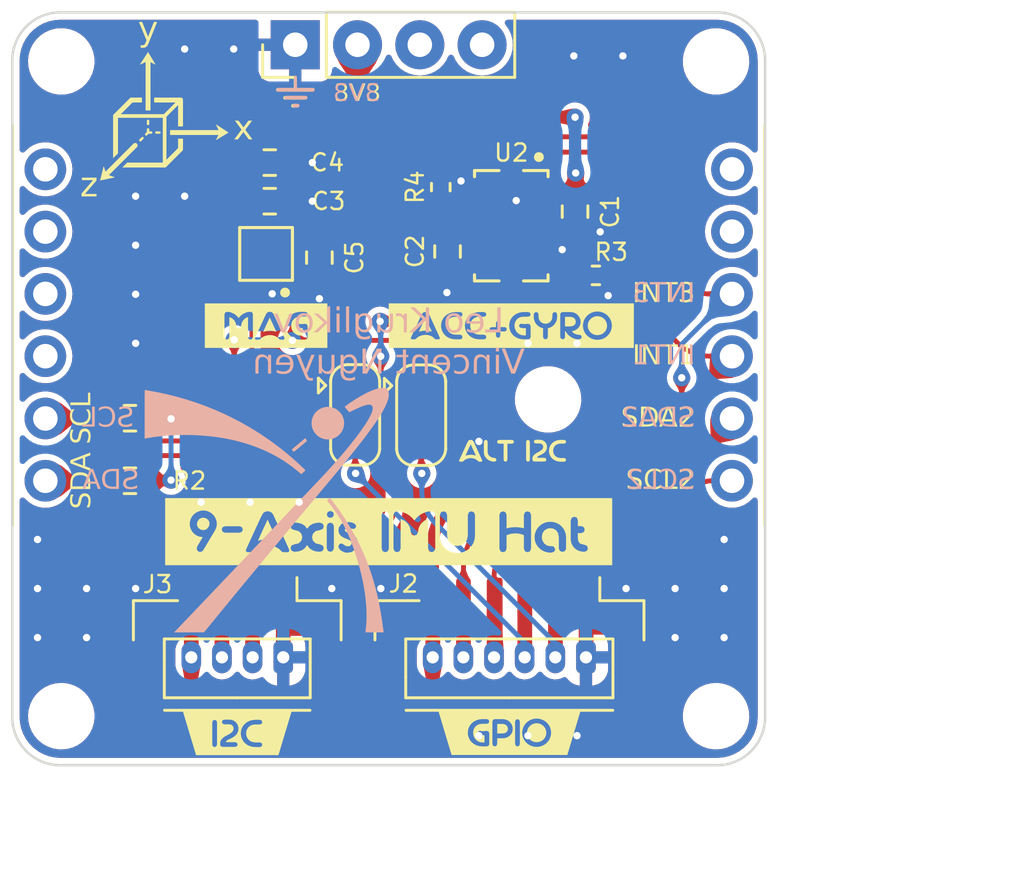
<source format=kicad_pcb>
(kicad_pcb (version 20221018) (generator pcbnew)
  (title_block (title "9-Axis IMU Hat PCB") (date "2023-07-20") (company "EPFL Xplore") (comment 1 "Jumper: place the BMI088 on a different I2C bus if needed") (comment 4 "Author: Vincent Nguyen"))
  (layers (0 "F.Cu" signal) (31 "B.Cu" signal) (34 "B.Paste" user) (35 "F.Paste" user) (36 "B.SilkS" user "B.Silkscreen") (37 "F.SilkS" user "F.Silkscreen") (38 "B.Mask" user) (39 "F.Mask" user) (44 "Edge.Cuts" user))
  (net 0 "")
  (net 1 "/SCL")
  (net 2 "GND")
  (net 3 "+3V3")
  (net 6 "/SDA")
  (net 8 "/BMI_SCL")
  (net 9 "/BMI_SDA")
  (net 10 "/INT3")
  (net 12 "/INT1")
  (net 13 "/SCL_ALT")
  (net 14 "/SDA_ALT")
  (net 23 "/C1")
  (net 24 "/CSB2")
  (net 25 "/CSB1")
  (footprint "Resistor_SMD:R_0402_1005Metric" (layer "F.Cu") (at 113.083673 58.093223)
    (fp_text reference "R3")
    (fp_text value "DNP")
  )
  (footprint "0_connectors:Hat_connector_hole" (layer "F.Cu") (at 104.633673 57.578223)
    (fp_text reference "J1" hide)
    (fp_text value "Hat_connector_hole")
  )
  (footprint "MountingHole:MountingHole_2.2mm_M2" (layer "F.Cu") (at 117.983673 76.068223)
    (fp_text reference "H3" hide)
    (fp_text value "M2")
  )
  (footprint "Resistor_SMD:R_0603_1608Metric" (layer "F.Cu") (at 107.033673 57.118223 -90)
    (fp_text reference "C2")
    (fp_text value "100nF")
  )
  (footprint "kibuzzard-64B85862" (layer "F.Cu") (at 98.458673 76.768223)
    (fp_text reference "kibuzzard-64B85862" hide)
    (fp_text value "G***" hide)
  )
  (footprint "lib_fp:LGA12_2X2" (layer "F.Cu") (at 99.633673 57.218223 180)
    (fp_text reference "U1" hide)
    (fp_text value "LIS3MDL" hide)
  )
  (footprint "Jumper:SolderJumper-3_P1.3mm_Open_RoundedPad1.0x1.5mm" (layer "F.Cu") (at 103.266173 63.783223 -90)
    (fp_text reference "JP2" hide)
    (fp_text value "BMI_SDA")
  )
  (footprint "Resistor_SMD:R_0402_1005Metric" (layer "F.Cu") (at 106.758673 54.493223 90)
    (fp_text reference "R4")
    (fp_text value "DNP")
  )
  (footprint "Resistor_SMD:R_0603_1608Metric" (layer "F.Cu") (at 99.783673 53.493223)
    (fp_text reference "C4")
    (fp_text value "1uF")
  )
  (footprint "kibuzzard-64B8586A" (layer "F.Cu") (at 109.558673 76.743223)
    (fp_text reference "kibuzzard-64B8586A" hide)
    (fp_text value "G***" hide)
  )
  (footprint "Resistor_SMD:R_0603_1608Metric" (layer "F.Cu") (at 99.783673 55.068223)
    (fp_text reference "C3")
    (fp_text value "100nF")
  )
  (footprint "Resistor_SMD:R_0603_1608Metric" (layer "F.Cu") (at 94.083673 63.918223 180)
    (fp_text reference "R1")
    (fp_text value "DNP")
  )
  (footprint "Resistor_SMD:R_0603_1608Metric" (layer "F.Cu") (at 94.083673 66.468223 180)
    (fp_text reference "R2")
    (fp_text value "DNP")
  )
  (footprint "MountingHole:MountingHole_2.2mm_M2" (layer "F.Cu") (at 91.283673 76.068223)
    (fp_text reference "H4" hide)
    (fp_text value "M2")
  )
  (footprint "Resistor_SMD:R_0603_1608Metric" (layer "F.Cu") (at 101.808673 57.368223 -90)
    (fp_text reference "C5")
    (fp_text value "100nF")
  )
  (footprint "0_connectors:PicoBlade-JST-GH-1x04_1.25mm_Vertical" (layer "F.Cu") (at 100.333673 73.668223 180)
    (fp_text reference "J3")
    (fp_text value "BM04B-GHS-TBT(LF)(SN)(N)")
  )
  (footprint "0_connectors:PicoBlade_JST-GH-1x06_1.25mm_Vertical" (layer "F.Cu") (at 109.558673 75.018223 180)
    (fp_text reference "J2")
    (fp_text value "BM06B-GHS-TBT(LF)(SN)(N)")
  )
  (footprint "kibuzzard-64B87B4C" (layer "F.Cu") (at 109.683673 65.243223)
    (fp_text reference "kibuzzard-64B87B4C" hide)
    (fp_text value "G***" hide)
  )
  (footprint "Resistor_SMD:R_0603_1608Metric" (layer "F.Cu") (at 112.233673 55.493223 -90)
    (fp_text reference "C1")
    (fp_text value "100nF")
  )
  (footprint "kibuzzard-64B87A9E" (layer "F.Cu") (at 99.633673 60.143223)
    (fp_text reference "kibuzzard-64B87A9E" hide)
    (fp_text value "G***" hide)
  )
  (footprint "MountingHole:MountingHole_2.2mm_M2" (layer "F.Cu") (at 117.983673 49.368223)
    (fp_text reference "H2" hide)
    (fp_text value "M2")
  )
  (footprint "kibuzzard-64B87A2A" (layer "F.Cu") (at 104.633673 68.543223)
    (fp_text reference "kibuzzard-64B87A2A" hide)
    (fp_text value "G***" hide)
  )
  (footprint "MountingHole:MountingHole_2.2mm_M2" (layer "F.Cu") (at 91.283673 49.368223)
    (fp_text reference "H1" hide)
    (fp_text value "M2")
  )
  (footprint "Jumper:SolderJumper-3_P1.3mm_Open_RoundedPad1.0x1.5mm" (layer "F.Cu") (at 105.958673 63.793223 -90)
    (fp_text reference "JP1" hide)
    (fp_text value "BMI_SCL")
  )
  (footprint "lib_fp:BMI088" (layer "F.Cu") (at 109.633673 56.068223 -90)
    (fp_text reference "U2")
    (fp_text value "BMI088")
  )
  (footprint "kibuzzard-64B87A63" (layer "F.Cu") (at 109.633673 60.143223)
    (fp_text reference "kibuzzard-64B87A63" hide)
    (fp_text value "G***" hide)
  )
  (footprint "0_graphic:Xplore_Logo_X_only_10mm" (layer "B.Cu") (at 99.658673 67.668223 90)
    (fp_text reference "G1" hide)
    (fp_text value "Xplore_Logo" hide)
  )
  (footprint "kibuzzard-64B87E6D" (layer "B.Cu") (at 104.633673 57.118223 180)
    (fp_text reference "kibuzzard-64B87E6D" hide)
    (fp_text value "G***" hide)
  )
  (gr_line (start 101.248673 50.845723) (end 100.848673 50.845723) (stroke (width 0.15)) (layer "B.SilkS"))
  (gr_line (start 100.833673 50.520723) (end 100.833673 50.013223) (stroke (width 0.12)) (layer "B.SilkS"))
  (gr_line (start 100.448673 50.845723) (end 100.848673 50.845723) (stroke (width 0.15)) (layer "B.SilkS"))
  (gr_line (start 100.923673 51.170723) (end 100.848673 51.170723) (stroke (width 0.15)) (layer "B.SilkS"))
  (gr_line (start 100.833673 50.520723) (end 101.543673 50.520723) (stroke (width 0.15)) (layer "B.SilkS"))
  (gr_line (start 100.773673 51.170723) (end 100.848673 51.170723) (stroke (width 0.15)) (layer "B.SilkS"))
  (gr_line (start 100.123673 50.520723) (end 100.833673 50.520723) (stroke (width 0.15)) (layer "B.SilkS"))
  (gr_poly (pts (xy 94.496173 49.493223) (xy 94.821173 48.993222) (xy 95.121173 49.493223) (xy 94.821173 49.343221)) (stroke (width 0.01)) (fill solid) (layer "F.SilkS"))
  (gr_poly (pts (xy 95.721173 52.368222) (xy 95.721173 52.168223) (xy 95.871173 52.168223) (xy 95.871173 52.368222)) (stroke (width 0.0001)) (fill solid) (layer "F.SilkS"))
  (gr_line (start 95.821173 52.268223) (end 97.896173 52.268223) (stroke (width 0.2)) (layer "F.SilkS"))
  (gr_line (start 93.496172 51.593223) (end 93.496173 53.068223) (stroke (width 0.2)) (layer "F.SilkS"))
  (gr_line (start 100.808673 50.850723) (end 100.408673 50.850723) (stroke (width 0.15)) (layer "F.SilkS"))
  (gr_line (start 94.296173 52.793223) (end 93.118661 53.970736) (stroke (width 0.2)) (layer "F.SilkS"))
  (gr_poly (pts (xy 93.454537 54.094479) (xy 92.871173 54.218223) (xy 93.012595 53.652537) (xy 93.118661 53.970736)) (stroke (width 0.01)) (fill solid) (layer "F.SilkS"))
  (gr_line (start 94.796693 52.292703) (end 94.746173 52.343223) (stroke (width 0.1)) (layer "F.SilkS"))
  (gr_line (start 94.821173 52.268223) (end 94.821173 52.143223) (stroke (width 0.1)) (layer "F.SilkS"))
  (gr_line (start 94.021173 53.593223) (end 95.496173 53.593223) (stroke (width 0.2)) (layer "F.SilkS"))
  (gr_line (start 94.821173 52.268223) (end 94.946173 52.268223) (stroke (width 0.1)) (layer "F.SilkS"))
  (gr_line (start 100.823673 50.525723) (end 101.533673 50.525723) (stroke (width 0.15)) (layer "F.SilkS"))
  (gr_poly (pts (xy 97.596172 51.943223) (xy 98.096173 52.268223) (xy 97.596172 52.568223) (xy 97.746173 52.268223)) (stroke (width 0.01)) (fill solid) (layer "F.SilkS"))
  (gr_poly (pts (xy 93.396173 53.318223) (xy 93.596173 53.118223) (xy 93.596173 53.068223) (xy 93.396173 53.068223)) (stroke (width 0.0001)) (fill solid) (layer "F.SilkS"))
  (gr_line (start 94.471172 50.943223) (end 94.146172 50.943223) (stroke (width 0.2)) (layer "F.SilkS"))
  (gr_line (start 94.146172 50.943223) (end 93.496172 51.593223) (stroke (width 0.2)) (layer "F.SilkS"))
  (gr_line (start 95.496173 53.593223) (end 95.496173 51.593223) (stroke (width 0.15)) (layer "F.SilkS"))
  (gr_line (start 96.146173 52.943223) (end 96.146173 52.618223) (stroke (width 0.2)) (layer "F.SilkS"))
  (gr_line (start 95.496173 51.593223) (end 93.496172 51.593223) (stroke (width 0.15)) (layer "F.SilkS"))
  (gr_line (start 94.821173 51.918223) (end 94.821173 51.793223) (stroke (width 0.1)) (layer "F.SilkS"))
  (gr_line (start 96.146173 52.943223) (end 95.496173 53.593223) (stroke (width 0.2)) (layer "F.SilkS"))
  (gr_line (start 95.496173 51.593223) (end 96.146173 50.943223) (stroke (width 0.15)) (layer "F.SilkS"))
  (gr_poly (pts (xy 96.246172 52.018223) (xy 96.046173 52.018223) (xy 96.046173 51.868223) (xy 96.246172 51.868223)) (stroke (width 0.0001)) (fill solid) (layer "F.SilkS"))
  (gr_poly (pts (xy 96.246172 52.668223) (xy 96.046173 52.668223) (xy 96.046173 52.518223) (xy 96.246172 52.518223)) (stroke (width 0.0001)) (fill solid) (layer "F.SilkS"))
  (gr_line (start 96.146173 50.943223) (end 95.171171 50.943223) (stroke (width 0.2)) (layer "F.SilkS"))
  (gr_line (start 100.808673 51.175723) (end 100.733673 51.175723) (stroke (width 0.15)) (layer "F.SilkS"))
  (gr_line (start 100.808673 51.175723) (end 100.883673 51.175723) (stroke (width 0.15)) (layer "F.SilkS"))
  (gr_line (start 100.808673 50.850723) (end 101.208673 50.850723) (stroke (width 0.15)) (layer "F.SilkS"))
  (gr_line (start 100.113673 50.525723) (end 100.823673 50.525723) (stroke (width 0.15)) (layer "F.SilkS"))
  (gr_line (start 100.823673 50.018223) (end 100.823673 50.525723) (stroke (width 0.12)) (layer "F.SilkS"))
  (gr_poly (pts (xy 94.921172 51.368223) (xy 94.721173 51.368223) (xy 94.721173 51.218223) (xy 94.921172 51.218223)) (stroke (width 0.0001)) (fill solid) (layer "F.SilkS"))
  (gr_poly (pts (xy 94.421173 51.043223) (xy 94.421173 50.843223) (xy 94.571173 50.843223) (xy 94.571173 51.043223)) (stroke (width 0.0001)) (fill solid) (layer "F.SilkS"))
  (gr_poly (pts (xy 95.071173 51.043223) (xy 95.071173 50.843223) (xy 95.221173 50.843223) (xy 95.221173 51.043223)) (stroke (width 0.0001)) (fill solid) (layer "F.SilkS"))
  (gr_poly (pts (xy 93.771173 53.693223) (xy 93.971173 53.493223) (xy 94.021173 53.493224) (xy 94.021173 53.693223)) (stroke (width 0.0001)) (fill solid) (layer "F.SilkS"))
  (gr_line (start 96.146173 51.918223) (end 96.146173 50.943223) (stroke (width 0.2)) (layer "F.SilkS"))
  (gr_line (start 94.821173 51.268223) (end 94.821173 49.193222) (stroke (width 0.2)) (layer "F.SilkS"))
  (gr_line (start 94.507785 52.581611) (end 94.596173 52.493223) (stroke (width 0.1)) (layer "F.SilkS"))
  (gr_line (start 95.283673 52.268223) (end 95.158673 52.268223) (stroke (width 0.1)) (layer "F.SilkS"))
  (gr_line (start 91.243902 47.368223) (end 118.023444 47.368223) (stroke (width 0.1)) (layer "Edge.Cuts"))
  (gr_line (start 118.023444 78.068223) (end 91.243902 78.068223) (stroke (width 0.1)) (layer "Edge.Cuts"))
  (gr_line (start 89.283673 76.107994) (end 89.283673 49.328452) (stroke (width 0.1)) (layer "Edge.Cuts"))
  (gr_line (start 119.983673 49.328452) (end 119.983673 76.107994) (stroke (width 0.1)) (layer "Edge.Cuts"))
  (gr_arc (start 91.243902 78.068223) (mid 89.857802 77.494094) (end 89.283673 76.107994) (stroke (width 0.1)) (layer "Edge.Cuts"))
  (gr_arc (start 119.983673 76.107994) (mid 119.409544 77.494094) (end 118.023444 78.068223) (stroke (width 0.1)) (layer "Edge.Cuts"))
  (gr_arc (start 89.283673 49.328452) (mid 89.857802 47.942352) (end 91.243902 47.368223) (stroke (width 0.1)) (layer "Edge.Cuts"))
  (gr_arc (start 118.023444 47.368223) (mid 119.409544 47.942352) (end 119.983673 49.328452) (stroke (width 0.1)) (layer "Edge.Cuts"))
  (gr_text "3V3" (at 103.323673 50.683223) (layer "B.SilkS") (effects (font (size 0.7 0.7) (thickness 0.1)) (justify mirror)))
  (gr_text "Leo Kruglikov\nVincent Nguyen" (at 104.633673 62.268223) (layer "B.SilkS") (effects (font (size 1 1)) (justify bottom mirror)))
  (gr_text "y" (at 94.821173 48.693223) (layer "F.SilkS") (effects (font (size 1 1)) (justify bottom)))
  (gr_text "z" (at 92.046173 55.043223) (layer "F.SilkS") (effects (font (size 1 1)) (justify left bottom)))
  (gr_text "x" (at 98.296173 52.718223) (layer "F.SilkS") (effects (font (size 1 1)) (justify left bottom)))
  (gr_text "3V3" (at 103.363673 50.688223) (layer "F.SilkS") (effects (font (size 0.7 0.7) (thickness 0.1))))
  (segment (start 105.958673 61.857437) (end 105.958673 62.493223) (width 0.2) (layer "F.Cu") (net 1))
  (segment (start 100.708673 60.743223) (end 104.844459 60.743223) (width 0.2) (layer "F.Cu") (net 1))
  (segment (start 105.151566 62.75033) (end 105.408673 62.493223) (width 0.2) (layer "F.Cu") (net 1))
  (segment (start 104.858673 67.579009) (end 104.858673 63.457437) (width 0.2) (layer "F.Cu") (net 1))
  (segment (start 100.396173 57.968223) (end 100.396173 58.231459) (width 0.2) (layer "F.Cu") (net 1))
  (segment (start 93.89078 64.55033) (end 93.258673 63.918223) (width 0.2) (layer "F.Cu") (net 1))
  (segment (start 93.258673 63.918223) (end 93.248673 63.928223) (width 0.2) (layer "F.Cu") (net 1))
  (segment (start 105.408673 62.493223) (end 105.958673 62.493223) (width 0.2) (layer "F.Cu") (net 1))
  (segment (start 93.248673 63.928223) (end 90.633673 63.928223) (width 0.2) (layer "F.Cu") (net 1))
  (segment (start 98.333673 60.718223) (end 98.333673 63.388447) (width 0.2) (layer "F.Cu") (net 1))
  (segment (start 105.551566 61.036116) (end 105.66578 61.15033) (width 0.2) (layer "F.Cu") (net 1))
  (segment (start 100.172887 68.793223) (end 103.644459 68.793223) (width 0.2) (layer "F.Cu") (net 1))
  (segment (start 99.083673 71.268223) (end 99.083673 69.882437) (width 0.2) (layer "F.Cu") (net 1))
  (segment (start 104.351566 68.50033) (end 104.56578 68.286116) (width 0.2) (layer "F.Cu") (net 1))
  (segment (start 96.91896 64.843223) (end 94.597887 64.843223) (width 0.2) (layer "F.Cu") (net 1))
  (segment (start 100.708673 58.792487) (end 100.708673 60.743223) (width 0.2) (layer "F.Cu") (net 1))
  (segment (start 100.484041 58.443591) (end 100.620805 58.580355) (width 0.2) (layer "F.Cu") (net 1))
  (segment (start 99.376566 69.17533) (end 99.46578 69.086116) (width 0.2) (layer "F.Cu") (net 1))
  (segment (start 97.92371 64.378186) (end 97.840309 64.461587) (width 0.2) (layer "F.Cu") (net 1))
  (via (at 98.333673 60.718223) (size 0.7) (drill 0.3) (layers "F.Cu" "B.Cu") (net 1))
  (via (at 100.708673 60.743223) (size 0.7) (drill 0.3) (layers "F.Cu" "B.Cu") (net 1))
  (arc (start 94.597887 64.843223) (mid 94.215203 64.767103) (end 93.89078 64.55033) (width 0.2) (layer "F.Cu") (net 1))
  (arc (start 100.708673 58.792487) (mid 100.685837 58.677682) (end 100.620805 58.580355) (width 0.2) (layer "F.Cu") (net 1))
  (arc (start 105.958673 61.857437) (mid 105.882553 61.474754) (end 105.66578 61.15033) (width 0.2) (layer "F.Cu") (net 1))
  (arc (start 99.46578 69.086116) (mid 99.790203 68.869343) (end 100.172887 68.793223) (width 0.2) (layer "F.Cu") (net 1))
  (arc (start 104.56578 68.286116) (mid 104.782553 67.961693) (end 104.858673 67.579009) (width 0.2) (layer "F.Cu") (net 1))
  (arc (start 105.151566 62.75033) (mid 104.934793 63.074753) (end 104.858673 63.457437) (width 0.2) (layer "F.Cu") (net 1))
  (arc (start 97.92371 64.378186) (mid 98.227127 63.92409) (end 98.333673 63.388447) (width 0.2) (layer "F.Cu") (net 1))
  (arc (start 99.376566 69.17533) (mid 99.159793 69.499753) (end 99.083673 69.882437) (width 0.2) (layer "F.Cu") (net 1))
  (arc (start 105.551566 61.036116) (mid 105.227143 60.819343) (end 104.844459 60.743223) (width 0.2) (layer "F.Cu") (net 1))
  (arc (start 100.396173 58.231459) (mid 100.419009 58.346264) (end 100.484041 58.443591) (width 0.2) (layer "F.Cu") (net 1))
  (arc (start 97.840309 64.461587) (mid 97.41759 64.744038) (end 96.91896 64.843223) (width 0.2) (layer "F.Cu") (net 1))
  (arc (start 104.351566 68.50033) (mid 104.027143 68.717103) (end 103.644459 68.793223) (width 0.2) (layer "F.Cu") (net 1))
  (segment (start 98.333673 60.718223) (end 100.683673 60.718223) (width 0.2) (layer "B.Cu") (net 1))
  (segment (start 100.683673 60.718223) (end 100.708673 60.743223) (width 0.2) (layer "B.Cu") (net 1))
  (segment (start 112.233673 56.318223) (end 111.983673 56.068223) (width 0.5) (layer "F.Cu") (net 2))
  (segment (start 107.021174 57.793223) (end 107.446174 57.368223) (width 0.5) (layer "F.Cu") (net 2))
  (segment (start 110.308673 55.068223) (end 110.798673 55.068223) (width 0.2) (layer "F.Cu") (net 2))
  (segment (start 107.908673 54.568223) (end 107.583673 54.243223) (width 0.2) (layer "F.Cu") (net 2))
  (segment (start 100.396173 57.468223) (end 100.933673 57.468223) (width 0.2) (layer "F.Cu") (net 2))
  (segment (start 101.321173 57.705723) (end 101.083673 57.468223) (width 0.3) (layer "F.Cu") (net 2))
  (segment (start 108.468673 54.568223) (end 107.908673 54.568223) (width 0.2) (layer "F.Cu") (net 2))
  (segment (start 110.798673 57.068223) (end 111.683673 57.068223) (width 0.2) (layer "F.Cu") (net 2))
  (segment (start 110.798673 56.068223) (end 111.308673 56.068223) (width 0.2) (layer "F.Cu") (net 2))
  (segment (start 100.396173 57.468223) (end 100.396173 56.968223) (width 0.2) (layer "F.Cu") (net 2))
  (segment (start 112.233673 56.318223) (end 112.233673 56.518223) (width 0.5) (layer "F.Cu") (net 2))
  (segment (start 101.083673 57.468223) (end 100.933673 57.468223) (width 0.3) (layer "F.Cu") (net 2))
  (segment (start 111.983673 56.068223) (end 111.658673 56.068223) (width 0.5) (layer "F.Cu") (net 2))
  (segment (start 106.758673 53.983223) (end 107.323673 53.983223) (width 0.2) (layer "F.Cu") (net 2))
  (segment (start 99.883673 57.980723) (end 99.883673 58.843223) (width 0.2) (layer "F.Cu") (net 2))
  (segment (start 112.233673 56.518223) (end 111.708673 57.043223) (width 0.5) (layer "F.Cu") (net 2))
  (segment (start 101.808673 58.193223) (end 101.808673 59.043223) (width 0.2) (layer "F.Cu") (net 2))
  (segment (start 107.746174 57.068223) (end 107.858673 57.068223) (width 0.3) (layer "F.Cu") (net 2))
  (segment (start 107.323673 53.983223) (end 107.583673 54.243223) (width 0.2) (layer "F.Cu") (net 2))
  (segment (start 101.808673 58.193223) (end 101.321173 57.705723) (width 0.5) (layer "F.Cu") (net 2))
  (segment (start 107.021174 57.930724) (end 107.021174 57.793223) (width 0.3) (layer "F.Cu") (net 2))
  (segment (start 107.033673 57.943223) (end 107.021174 57.930724) (width 0.3) (layer "F.Cu") (net 2))
  (segment (start 110.798673 56.068223) (end 110.333673 56.068223) (width 0.2) (layer "F.Cu") (net 2))
  (segment (start 108.468673 57.068223) (end 107.858673 57.068223) (width 0.2) (layer "F.Cu") (net 2))
  (segment (start 107.446174 57.368223) (end 107.746174 57.068223) (width 0.3) (layer "F.Cu") (net 2))
  (segment (start 111.683673 57.068223) (end 111.708673 57.043223) (width 0.2) (layer "F.Cu") (net 2))
  (segment (start 111.658673 56.068223) (end 111.308673 56.068223) (width 0.3) (layer "F.Cu") (net 2))
  (via (at 98.983672 67.343223) (size 0.7) (drill 0.3) (layers "F.Cu" "B.Cu") (net 2))
  (via (at 112.183673 49.143223) (size 0.7) (drill 0.3) (layers "F.Cu" "B.Cu") (net 2))
  (via (at 92.313833 72.863223) (size 0.7) (drill 0.3) (layers "F.Cu" "B.Cu") (net 2))
  (via (at 94.313833 54.863223) (size 0.7) (drill 0.3) (layers "F.Cu" "B.Cu") (net 2))
  (via (at 114.183673 49.143223) (size 0.7) (drill 0.3) (layers "F.Cu" "B.Cu") (net 2))
  (via (at 96.983673 67.343223) (size 0.7) (drill 0.3) (layers "F.Cu" "B.Cu") (net 2))
  (via (at 101.521173 55.068223) (size 0.7) (drill 0.3) (layers "F.Cu" "B.Cu") (net 2))
  (via (at 111.708673 57.043223) (size 0.7) (drill 0.3) (layers "F.Cu" "B.Cu") (net 2))
  (via (at 104.313833 70.863223) (size 0.7) (drill 0.3) (layers "F.Cu" "B.Cu") (net 2))
  (via (at 94.313833 70.863223) (size 0.7) (drill 0.3) (layers "F.Cu" "B.Cu") (net 2))
  (via (at 107.583673 54.243223) (size 0.7) (drill 0.3) (layers "F.Cu" "B.Cu") (net 2))
  (via (at 114.313833 70.863223) (size 0.7) (drill 0.3) (layers "F.Cu" "B.Cu") (net 2))
  (via (at 112.313833 76.863223) (size 0.7) (drill 0.3) (layers "F.Cu" "B.Cu") (net 2))
  (via (at 102.313833 70.863223) (size 0.7) (drill 0.3) (layers "F.Cu" "B.Cu") (net 2))
  (via (at 98.313833 48.863223) (size 0.7) (drill 0.3) (layers "F.Cu" "B.Cu") (net 2))
  (via (at 118.313833 70.863223) (size 0.7) (drill 0.3) (layers "F.Cu" "B.Cu") (net 2))
  (via (at 92.313833 70.863223) (size 0.7) (drill 0.3) (layers "F.Cu" "B.Cu") (net 2))
  (via (at 100.983673 67.343223) (size 0.7) (drill 0.3) (layers "F.Cu" "B.Cu") (net 2))
  (via (at 90.313833 72.863223) (size 0.7) (drill 0.3) (layers "F.Cu" "B.Cu") (net 2))
  (via (at 110.313833 60.863223) (size 0.7) (drill 0.3) (layers "F.Cu" "B.Cu") (net 2))
  (via (at 96.313833 48.863223) (size 0.7) (drill 0.3) (layers "F.Cu" "B.Cu") (net 2))
  (via (at 90.313833 68.863223) (size 0.7) (drill 0.3) (layers "F.Cu" "B.Cu") (net 2))
  (via (at 110.313833 76.863223) (size 0.7) (drill 0.3) (layers "F.Cu" "B.Cu") (net 2))
  (via (at 113.583673 58.918223) (size 0.7) (drill 0.3) (layers "F.Cu" "B.Cu") (net 2))
  (via (at 99.883673 58.843223) (size 0.7) (drill 0.3) (layers "F.Cu" "B.Cu") (net 2))
  (via (at 94.313833 58.863223) (size 0.7) (drill 0.3) (layers "F.Cu" "B.Cu") (net 2))
  (via (at 96.313833 54.863223) (size 0.7) (drill 0.3) (layers "F.Cu" "B.Cu") (net 2))
  (via (at 101.521173 53.493223) (size 0.7) (drill 0.3) (layers "F.Cu" "B.Cu") (net 2))
  (via (at 94.313833 56.863223) (size 0.7) (drill 0.3) (layers "F.Cu" "B.Cu") (net 2))
  (via (at 113.258673 56.318223) (size 0.7) (drill 0.3) (layers "F.Cu" "B.Cu") (net 2))
  (via (at 109.833673 55.043223) (size 0.7) (drill 0.3) (layers "F.Cu" "B.Cu") (net 2))
  (via (at 101.808673 59.043223) (size 0.7) (drill 0.3) (layers "F.Cu" "B.Cu") (net 2))
  (via (at 90.313833 70.863223) (size 0.7) (drill 0.3) (layers "F.Cu" "B.Cu") (net 2))
  (via (at 118.313833 72.863223) (size 0.7) (drill 0.3) (layers "F.Cu" "B.Cu") (net 2))
  (via (at 112.313833 60.863223) (size 0.7) (drill 0.3) (layers "F.Cu" "B.Cu") (net 2))
  (via (at 108.313833 76.863223) (size 0.7) (drill 0.3) (layers "F.Cu" "B.Cu") (net 2))
  (via (at 94.313833 60.863223) (size 0.7) (drill 0.3) (layers "F.Cu" "B.Cu") (net 2))
  (via (at 118.313833 68.863223) (size 0.7) (drill 0.3) (layers "F.Cu" "B.Cu") (net 2))
  (via (at 108.313833 64.863223) (size 0.7) (drill 0.3) (layers "F.Cu" "B.Cu") (net 2))
  (via (at 116.313833 72.863223) (size 0.7) (drill 0.3) (layers "F.Cu" "B.Cu") (net 2))
  (via (at 107.008673 58.793223) (size 0.7) (drill 0.3) (layers "F.Cu" "B.Cu") (net 2))
  (via (at 116.313833 70.863223) (size 0.7) (drill 0.3) (layers "F.Cu" "B.Cu") (net 2))
  (segment (start 112.928673 73.438223) (end 112.928673 73.668223) (width 0.2) (layer "B.Cu") (net 2))
  (segment (start 114.383673 56.843223) (end 114.383673 55.782437) (width 0.5) (layer "F.Cu") (net 3))
  (segment (start 97.508673 57.893223) (end 97.508673 62.704009) (width 0.2) (layer "F.Cu") (net 3))
  (segment (start 97.508673 57.468223) (end 97.508673 57.893223) (width 0.2) (layer "F.Cu") (net 3))
  (segment (start 114.033673 57.193223) (end 114.383673 56.843223) (width 0.2) (layer "F.Cu") (net 3))
  (segment (start 103.363673 48.688223) (end 103.363673 50.818223) (width 0.5) (layer "F.Cu") (net 3))
  (segment (start 97.508673 57.668223) (end 97.708673 57.468223) (width 0.2) (layer "F.Cu") (net 3))
  (segment (start 112.258673 53.918223) (end 112.258673 54.643223) (width 0.5) (layer "F.Cu") (net 3))
  (segment (start 102.913673 51.643223) (end 103.363673 51.193223) (width 0.5) (layer "F.Cu") (net 3))
  (segment (start 112.745597 57.193223) (end 114.033673 57.193223) (width 0.2) (layer "F.Cu") (net 3))
  (segment (start 97.508673 57.893223) (end 97.508673 57.668223) (width 0.2) (layer "F.Cu") (net 3))
  (segment (start 113.269459 54.668223) (end 112.233673 54.668223) (width 0.5) (layer "F.Cu") (net 3))
  (segment (start 97.783673 57.468223) (end 97.708673 57.468223) (width 0.2) (layer "F.Cu") (net 3))
  (segment (start 111.333673 55.568223) (end 111.471173 55.430723) (width 0.2) (layer "F.Cu") (net 3))
  (segment (start 110.923673 57.693223) (end 111.831383 57.693223) (width 0.2) (layer "F.Cu") (net 3))
  (segment (start 108.468673 56.568223) (end 107.883673 56.568223) (width 0.2) (layer "F.Cu") (net 3))
  (segment (start 104.133673 51.643223) (end 103.813673 51.643223) (width 0.5) (layer "F.Cu") (net 3))
  (segment (start 103.813673 51.643223) (end 103.363673 52.093223) (width 0.5) (layer "F.Cu") (net 3))
  (segment (start 100.247887 51.643223) (end 102.158673 51.643223) (width 0.5) (layer "F.Cu") (net 3))
  (segment (start 105.233673 51.643223) (end 104.133673 51.643223) (width 0.5) (layer "F.Cu") (net 3))
  (segment (start 99.383673 55.493223) (end 99.383673 55.768223) (width 0.5) (layer "F.Cu") (net 3))
  (segment (start 94.933673 63.943223) (end 94.908673 63.918223) (width 0.2) (layer "F.Cu") (net 3))
  (segment (start 102.158673 51.643223) (end 102.913673 51.643223) (width 0.5) (layer "F.Cu") (net 3))
  (segment (start 98.958673 55.068223) (end 98.958673 53.493223) (width 0.5) (layer "F.Cu") (net 3))
  (segment (start 110.798673 55.568223) (end 111.333673 55.568223) (width 0.2) (layer "F.Cu") (net 3))
  (segment (start 114.383673 63.247576) (end 114.383673 57.643223) (width 0.5) (layer "F.Cu") (net 3))
  (segment (start 96.269459 63.943223) (end 95.758673 63.943223) (width 0.2) (layer "F.Cu") (net 3))
  (segment (start 106.428673 75.534009) (end 106.428673 73.668223) (width 0.5) (layer "F.Cu") (net 3))
  (segment (start 111.708673 55.193223) (end 111.471173 55.430723) (width 0.3) (layer "F.Cu") (net 3))
  (segment (start 107.033673 56.293223) (end 107.083673 56.243223) (width 0.3) (layer "F.Cu") (net 3))
  (segment (start 107.421174 56.243223) (end 107.746174 56.568223) (width 0.3) (layer "F.Cu") (net 3))
  (segment (start 113.102242 65.874654) (end 113.432157 65.544739) (width 0.5) (layer "F.Cu") (net 3))
  (segment (start 103.363673 51.643223) (end 103.363673 52.093223) (width 0.5) (layer "F.Cu") (net 3))
  (segment (start 99.383673 56.455723) (end 99.383673 56.068223) (width 0.2) (layer "F.Cu") (net 3))
  (segment (start 99.251566 52.22533) (end 99.54078 51.936116) (width 0.5) (layer "F.Cu") (net 3))
  (segment (start 107.746174 56.568223) (end 107.883673 56.568223) (width 0.3) (layer "F.Cu") (net 3))
  (segment (start 96.876566 76.111116) (end 97.09078 76.32533) (width 0.5) (layer "F.Cu") (net 3))
  (segment (start 97.508673 56.257437) (end 97.508673 57.268223) (width 0.2) (layer "F.Cu") (net 3))
  (segment (start 107.746174 56.568223) (end 107.521174 56.343223) (width 0.2) (layer "F.Cu") (net 3))
  (segment (start 112.233673 54.668223) (end 111.708673 55.193223) (width 0.5) (layer "F.Cu") (net 3))
  (segment (start 107.083673 56.243223) (end 107.421174 56.243223) (width 0.3) (layer "F.Cu") (net 3))
  (segment (start 102.158673 51.643223) (end 103.363673 51.643223) (width 0.5) (layer "F.Cu") (net 3))
  (segment (start 95.758673 63.943223) (end 94.933673 63.943223) (width 0.2) (layer "F.Cu") (net 3))
  (segment (start 103.7637 55.82325) (end 103.888195 55.947745) (width 0.5) (layer "F.Cu") (net 3))
  (segment (start 97.508673 57.268223) (end 97.508673 57.468223) (width 0.2) (layer "F.Cu") (net 3))
  (segment (start 103.363673 50.818223) (end 103.363673 51.643223) (width 0.5) (layer "F.Cu") (net 3))
  (segment (start 98.958673 55.068223) (end 98.697887 55.068223) (width 0.2) (layer "F.Cu") (net 3))
  (segment (start 114.09078 55.07533) (end 113.976566 54.961116) (width 0.5) (layer "F.Cu") (net 3))
  (segment (start 114.033673 57.193223) (end 114.383673 57.543223) (width 0.2) (layer "F.Cu") (net 3))
  (segment (start 103.363673 50.818223) (end 103.363673 51.193223) (width 0.5) (layer "F.Cu") (net 3))
  (segment (start 98.958673 53.493223) (end 98.958673 52.932437) (width 0.5) (layer "F.Cu") (net 3))
  (segment (start 97.708673 57.468223) (end 97.508673 57.268223) (width 0.2) (layer "F.Cu") (net 3))
  (segment (start 96.583673 73.668223) (end 96.583673 75.404009) (width 0.5) (layer "F.Cu") (net 3))
  (segment (start 103.363673 52.093223) (end 103.363673 54.8575) (width 0.5) (layer "F.Cu") (net 3))
  (segment (start 98.958673 55.068223) (end 99.383673 55.493223) (width 0.5) (layer "F.Cu") (net 3))
  (segment (start 95.733673 66.468223) (end 95.758673 66.443223) (width 0.2) (layer "F.Cu") (net 3))
  (segment (start 98.871173 57.968223) (end 98.871173 57.468223) (width 0.2) (layer "F.Cu") (net 3))
  (segment (start 99.383673 56.455723) (end 99.883673 56.455723) (width 0.2) (layer "F.Cu") (net 3))
  (segment (start 114.383673 57.543223) (end 114.383673 57.643223) (width 0.2) (layer "F.Cu") (net 3))
  (segment (start 112.233673 51.643223) (end 105.233673 51.643223) (width 0.5) (layer "F.Cu") (net 3))
  (segment (start 103.363673 51.193223) (end 103.813673 51.643223) (width 0.5) (layer "F.Cu") (net 3))
  (segment (start 112.258673 54.643223) (end 112.233673 54.668223) (width 0.5) (layer "F.Cu") (net 3))
  (segment (start 97.99078 55.361116) (end 97.801566 55.55033) (width 0.2) (layer "F.Cu") (net 3))
  (segment (start 102.913673 51.643223) (end 103.363673 52.093223) (width 0.5) (layer "F.Cu") (net 3))
  (segment (start 110.798673 57.568223) (end 110.923673 57.693223) (width 0.2) (layer "F.Cu") (net 3))
  (segment (start 97.21578 63.411116) (end 96.976566 63.65033) (width 0.2) (layer "F.Cu") (net 3))
  (segment (start 107.042398 67.634498) (end 107.183418 67.493478) (width 0.5) (layer "F.Cu") (net 3))
  (segment (start 94.908673 66.468223) (end 95.733673 66.468223) (width 0.2) (layer "F.Cu") (net 3))
  (segment (start 106.433673 71.268223) (end 106.433673 69.10409) (width 0.5) (layer "F.Cu") (net 3))
  (segment (start 112.184937 57.546776) (end 112.392044 57.339669) (width 0.2) (layer "F.Cu") (net 3))
  (segment (start 106.051566 76.32533) (end 106.13578 76.241116) (width 0.5) (layer "F.Cu") (net 3))
  (segment (start 104.133673 51.643223) (end 103.363673 51.643223) (width 0.5) (layer "F.Cu") (net 3))
  (segment (start 114.383673 57.643223) (end 114.383673 56.843223) (width 0.5) (layer "F.Cu") (net 3))
  (segment (start 98.871173 57.468223) (end 97.783673 57.468223) (width 0.2) (layer "F.Cu") (net 3))
  (segment (start 109.236113 66.643223) (end 111.246751 66.643223) (width 0.5) (layer "F.Cu") (net 3))
  (segment (start 104.722252 56.293223) (end 107.033673 56.293223) (width 0.5) (layer "F.Cu") (net 3))
  (segment (start 99.383673 55.768223) (end 99.383673 56.068223) (width 0.3) (layer "F.Cu") (net 3))
  (segment (start 97.783673 57.468223) (end 97.508673 57.468223) (width 0.2) (layer "F.Cu") (net 3))
  (segment (start 97.797887 76.618223) (end 105.344459 76.618223) (width 0.5) (layer "F.Cu") (net 3))
  (via (at 112.233673 51.643223) (size 0.7) (drill 0.3) (layers "F.Cu" "B.Cu") (net 3))
  (via (at 95.758673 63.943223) (size 0.7) (drill 0.3) (layers "F.Cu" "B.Cu") (net 3))
  (via (at 112.258673 53.918223) (size 0.7) (drill 0.3) (layers "F.Cu" "B.Cu") (net 3))
  (via (at 95.758673 66.443223) (size 0.7) (drill 0.3) (layers "F.Cu" "B.Cu") (net 3))
  (arc (start 111.831383 57.693223) (mid 112.022725 57.655163) (end 112.184937 57.546776) (width 0.2) (layer "F.Cu") (net 3))
  (arc (start 98.958673 52.932437) (mid 99.034793 52.549754) (end 99.251566 52.22533) (width 0.5) (layer "F.Cu") (net 3))
  (arc (start 104.722252 56.293223) (mid 104.270863 56.203436) (end 103.888195 55.947745) (width 0.5) (layer "F.Cu") (net 3))
  (arc (start 111.246751 66.643223) (mid 112.250935 66.443478) (end 113.102242 65.874654) (width 0.5) (layer "F.Cu") (net 3))
  (arc (start 109.236113 66.643223) (mid 108.125202 66.864197) (end 107.183418 67.493478) (width 0.5) (layer "F.Cu") (net 3))
  (arc (start 99.54078 51.936116) (mid 99.865203 51.719343) (end 100.247887 51.643223) (width 0.5) (layer "F.Cu") (net 3))
  (arc (start 103.363673 54.8575) (mid 103.467637 55.38016) (end 103.7637 55.82325) (width 0.5) (layer "F.Cu") (net 3))
  (arc (start 107.042398 67.634498) (mid 106.591876 68.308753) (end 106.433673 69.10409) (width 0.5) (layer "F.Cu") (net 3))
  (arc (start 97.801566 55.55033) (mid 97.584793 55.874753) (end 97.508673 56.257437) (width 0.2) (layer "F.Cu") (net 3))
  (arc (start 114.383673 63.247576) (mid 114.136382 64.490792) (end 113.432157 65.544739) (width 0.5) (layer "F.Cu") (net 3))
  (arc (start 96.583673 75.404009) (mid 96.659793 75.786692) (end 96.876566 76.111116) (width 0.5) (layer "F.Cu") (net 3))
  (arc (start 97.99078 55.361116) (mid 98.315203 55.144343) (end 98.697887 55.068223) (width 0.2) (layer "F.Cu") (net 3))
  (arc (start 96.269459 63.943223) (mid 96.652142 63.867103) (end 96.976566 63.65033) (width 0.2) (layer "F.Cu") (net 3))
  (arc (start 106.428673 75.534009) (mid 106.352553 75.916692) (end 106.13578 76.241116) (width 0.5) (layer "F.Cu") (net 3))
  (arc (start 97.09078 76.32533) (mid 97.415203 76.542103) (end 97.797887 76.618223) (width 0.5) (layer "F.Cu") (net 3))
  (arc (start 97.508673 62.704009) (mid 97.432553 63.086692) (end 97.21578 63.411116) (width 0.2) (layer "F.Cu") (net 3))
  (arc (start 112.745597 57.193223) (mid 112.554256 57.231283) (end 112.392044 57.339669) (width 0.2) (layer "F.Cu") (net 3))
  (arc (start 106.051566 76.32533) (mid 105.727143 76.542103) (end 105.344459 76.618223) (width 0.5) (layer "F.Cu") (net 3))
  (arc (start 114.383673 55.782437) (mid 114.307553 55.399754) (end 114.09078 55.07533) (width 0.5) (layer "F.Cu") (net 3))
  (arc (start 113.269459 54.668223) (mid 113.652142 54.744343) (end 113.976566 54.961116) (width 0.5) (layer "F.Cu") (net 3))
  (segment (start 95.758673 66.443223) (end 95.758673 63.943223) (width 0.2) (layer "B.Cu") (net 3))
  (segment (start 112.233673 53.893223) (end 112.258673 53.918223) (width 0.5) (layer "B.Cu") (net 3))
  (segment (start 112.233673 51.643223) (end 112.233673 53.893223) (width 0.5) (layer "B.Cu") (net 3))
  (segment (start 101.176566 65.15033) (end 101.29078 65.036116) (width 0.2) (layer "F.Cu") (net 6))
  (segment (start 99.058673 65.118223) (end 99.058673 65.243223) (width 0.2) (layer "F.Cu") (net 6))
  (segment (start 99.258673 65.443223) (end 100.469459 65.443223) (width 0.2) (layer "F.Cu") (net 6))
  (segment (start 97.476566 69.136116) (end 97.54078 69.20033) (width 0.2) (layer "F.Cu") (net 6))
  (segment (start 101.876566 62.85033) (end 101.95078 62.776116) (width 0.2) (layer "F.Cu") (net 6))
  (segment (start 93.99078 65.736116) (end 93.258673 66.468223) (width 0.2) (layer "F.Cu") (net 6))
  (segment (start 93.258673 66.468223) (end 90.633673 66.468223) (width 0.2) (layer "F.Cu") (net 6))
  (segment (start 99.058673 58.842487) (end 99.058673 65.118223) (width 0.2) (layer "F.Cu") (net 6))
  (segment (start 99.058673 65.243223) (end 99.258673 65.443223) (width 0.2) (layer "F.Cu") (net 6))
  (segment (start 98.858673 65.443223) (end 99.058673 65.243223) (width 0.2) (layer "F.Cu") (net 6))
  (segment (start 93.258673 66.468223) (end 93.258673 67.679009) (width 0.2) (layer "F.Cu") (net 6))
  (segment (start 99.295805 58.481091) (end 99.146541 58.630355) (width 0.2) (layer "F.Cu") (net 6))
  (segment (start 94.422887 68.843223) (end 96.769459 68.843223) (width 0.2) (layer "F.Cu") (net 6))
  (segment (start 93.551566 68.386116) (end 93.71578 68.55033) (width 0.2) (layer "F.Cu") (net 6))
  (segment (start 99.383673 57.980723) (end 99.383673 58.268959) (width 0.2) (layer "F.Cu") (net 6))
  (segment (start 102.657887 62.483223) (end 103.266173 62.483223) (width 0.2) (layer "F.Cu") (net 6))
  (segment (start 99.058673 65.118223) (end 99.058673 65.443223) (width 0.2) (layer "F.Cu") (net 6))
  (segment (start 99.258673 65.443223) (end 99.058673 65.443223) (width 0.2) (layer "F.Cu") (net 6))
  (segment (start 99.058673 65.443223) (end 98.658673 65.443223) (width 0.2) (layer "F.Cu") (net 6))
  (segment (start 97.833673 69.907437) (end 97.833673 71.268223) (width 0.2) (layer "F.Cu") (net 6))
  (segment (start 98.658673 65.443223) (end 98.858673 65.443223) (width 0.2) (layer "F.Cu") (net 6))
  (segment (start 98.658673 65.443223) (end 94.697887 65.443223) (width 0.2) (layer "F.Cu") (net 6))
  (segment (start 101.583673 64.329009) (end 101.583673 63.557437) (width 0.2) (layer "F.Cu") (net 6))
  (arc (start 93.258673 67.679009) (mid 93.334793 68.061692) (end 93.551566 68.386116) (width 0.2) (layer "F.Cu") (net 6))
  (arc (start 101.583673 63.557437) (mid 101.659793 63.174754) (end 101.876566 62.85033) (width 0.2) (layer "F.Cu") (net 6))
  (arc (start 97.54078 69.20033) (mid 97.757553 69.524753) (end 97.833673 69.907437) (width 0.2) (layer "F.Cu") (net 6))
  (arc (start 94.422887 68.843223) (mid 94.040204 68.767103) (end 93.71578 68.55033) (width 0.2) (layer "F.Cu") (net 6))
  (arc (start 99.295805 58.481091) (mid 99.360837 58.383764) (end 99.383673 58.268959) (width 0.2) (layer "F.Cu") (net 6))
  (arc (start 99.058673 58.842487) (mid 99.081509 58.727682) (end 99.146541 58.630355) (width 0.2) (layer "F.Cu") (net 6))
  (arc (start 93.99078 65.736116) (mid 94.315203 65.519343) (end 94.697887 65.443223) (width 0.2) (layer "F.Cu") (net 6))
  (arc (start 101.95078 62.776116) (mid 102.275203 62.559343) (end 102.657887 62.483223) (width 0.2) (layer "F.Cu") (net 6))
  (arc (start 101.176566 65.15033) (mid 100.852143 65.367103) (end 100.469459 65.443223) (width 0.2) (layer "F.Cu") (net 6))
  (arc (start 97.476566 69.136116) (mid 97.152143 68.919343) (end 96.769459 68.843223) (width 0.2) (layer "F.Cu") (net 6))
  (arc (start 101.29078 65.036116) (mid 101.507553 64.711693) (end 101.583673 64.329009) (width 0.2) (layer "F.Cu") (net 6))
  (segment (start 107.77977 63.447126) (end 107.815135 63.411761) (width 0.2) (layer "F.Cu") (net 8))
  (segment (start 108.258673 62.340966) (end 108.258673 59.772437) (width 0.2) (layer "F.Cu") (net 8))
  (segment (start 105.958673 63.793223) (end 106.944218 63.793223) (width 0.2) (layer "F.Cu") (net 8))
  (segment (start 108.551566 59.06533) (end 109.633673 57.983223) (width 0.2) (layer "F.Cu") (net 8))
  (arc (start 108.551566 59.06533) (mid 108.334793 59.389753) (end 108.258673 59.772437) (width 0.2) (layer "F.Cu") (net 8))
  (arc (start 107.815135 63.411761) (mid 108.143401 62.920476) (end 108.258673 62.340966) (width 0.2) (layer "F.Cu") (net 8))
  (arc (start 106.944218 63.793223) (mid 107.396416 63.703275) (end 107.77977 63.447126) (width 0.2) (layer "F.Cu") (net 8))
  (segment (start 107.510187 59.266709) (end 108.17578 58.601116) (width 0.2) (layer "F.Cu") (net 9))
  (segment (start 108.468673 57.894009) (end 108.468673 57.568223) (width 0.2) (layer "F.Cu") (net 9))
  (segment (start 104.283673 59.968223) (end 105.816582 59.968223) (width 0.2) (layer "F.Cu") (net 9))
  (segment (start 104.308673 62.944394) (end 104.308673 61.392723) (width 0.2) (layer "F.Cu") (net 9))
  (segment (start 103.266173 63.783223) (end 103.718673 63.783223) (width 0.2) (layer "F.Cu") (net 9))
  (segment (start 103.718673 63.783223) (end 104.132724 63.369172) (width 0.2) (layer "F.Cu") (net 9))
  (via (at 104.283673 59.968223) (size 0.7) (drill 0.3) (layers "F.Cu" "B.Cu") (net 9))
  (via (at 104.308673 61.392723) (size 0.7) (drill 0.3) (layers "F.Cu" "B.Cu") (net 9))
  (arc (start 107.510187 59.266709) (mid 106.733154 59.785906) (end 105.816582 59.968223) (width 0.2) (layer "F.Cu") (net 9))
  (arc (start 104.132724 63.369172) (mid 104.262945 63.174282) (end 104.308673 62.944394) (width 0.2) (layer "F.Cu") (net 9))
  (arc (start 108.17578 58.601116) (mid 108.392553 58.276693) (end 108.468673 57.894009) (width 0.2) (layer "F.Cu") (net 9))
  (segment (start 104.308673 59.993223) (end 104.283673 59.968223) (width 0.2) (layer "B.Cu") (net 9))
  (segment (start 104.308673 61.392723) (end 104.308673 59.993223) (width 0.2) (layer "B.Cu") (net 9))
  (segment (start 107.321885 55.573223) (end 106.47734 55.573223) (width 0.2) (layer "F.Cu") (net 10))
  (segment (start 106.69167 52.443223) (end 114.803784 52.443223) (width 0.2) (layer "F.Cu") (net 10))
  (segment (start 116.29078 64.036116) (end 113.369459 66.957437) (width 0.2) (layer "F.Cu") (net 10))
  (segment (start 106.112588 55.422138) (end 106.029949 55.339499) (width 0.2) (layer "F.Cu") (net 10))
  (segment (start 105.883673 54.986359) (end 105.883673 53.267432) (width 0.2) (layer "F.Cu") (net 10))
  (segment (start 107.683673 69.996231) (end 107.683673 71.268223) (width 0.2) (layer "F.Cu") (net 10))
  (segment (start 108.468673 56.068223) (end 108.148256 56.068223) (width 0.2) (layer "F.Cu") (net 10))
  (segment (start 116.814146 58.423696) (end 116.915232 58.524782) (width 0.2) (layer "F.Cu") (net 10))
  (segment (start 111.955246 67.543223) (end 110.421578 67.543223) (width 0.2) (layer "F.Cu") (net 10))
  (segment (start 115.964427 52.923977) (end 116.025151 52.984701) (width 0.2) (layer "F.Cu") (net 10))
  (segment (start 108.351018 68.400878) (end 108.339873 68.412023) (width 0.2) (layer "F.Cu") (net 10))
  (segment (start 107.936124 55.980355) (end 107.675438 55.719669) (width 0.2) (layer "F.Cu") (net 10))
  (segment (start 106.112923 52.713973) (end 106.165886 52.66101) (width 0.2) (layer "F.Cu") (net 10))
  (segment (start 116.583673 62.268223) (end 116.583673 63.329009) (width 0.2) (layer "F.Cu") (net 10))
  (segment (start 117.696089 58.848223) (end 118.633673 58.848223) (width 0.2) (layer "F.Cu") (net 10))
  (segment (start 116.433673 53.970961) (end 116.433673 57.505153) (width 0.2) (layer "F.Cu") (net 10))
  (via (at 116.583673 62.268223) (size 0.7) (drill 0.3) (layers "F.Cu" "B.Cu") (net 10))
  (arc (start 107.683673 69.996231) (mid 107.854214 69.138864) (end 108.339873 68.412023) (width 0.2) (layer "F.Cu") (net 10))
  (arc (start 107.675438 55.719669) (mid 107.513226 55.611283) (end 107.321885 55.573223) (width 0.2) (layer "F.Cu") (net 10))
  (arc (start 116.025151 52.984701) (mid 116.327502 53.437201) (end 116.433673 53.970961) (width 0.2) (layer "F.Cu") (net 10))
  (arc (start 116.915232 58.524782) (mid 117.273492 58.764164) (end 117.696089 58.848223) (width 0.2) (layer "F.Cu") (net 10))
  (arc (start 106.165886 52.66101) (mid 106.407118 52.499824) (end 106.69167 52.443223) (width 0.2) (layer "F.Cu") (net 10))
  (arc (start 110.421578 67.543223) (mid 109.300999 67.76612) (end 108.351018 68.400878) (width 0.2) (layer "F.Cu") (net 10))
  (arc (start 114.803784 52.443223) (mid 115.431919 52.568167) (end 115.964427 52.923977) (width 0.2) (layer "F.Cu") (net 10))
  (arc (start 116.814146 58.423696) (mid 116.532555 58.002265) (end 116.433673 57.505153) (width 0.2) (layer "F.Cu") (net 10))
  (arc (start 106.029949 55.339499) (mid 105.921689 55.177477) (end 105.883673 54.986359) (width 0.2) (layer "F.Cu") (net 10))
  (arc (start 111.955246 67.543223) (mid 112.720613 67.390982) (end 113.369459 66.957437) (width 0.2) (layer "F.Cu") (net 10))
  (arc (start 105.883673 53.267432) (mid 105.943253 52.967902) (end 106.112923 52.713973) (width 0.2) (layer "F.Cu") (net 10))
  (arc (start 108.148256 56.068223) (mid 108.033451 56.045387) (end 107.936124 55.980355) (width 0.2) (layer "F.Cu") (net 10))
  (arc (start 116.583673 63.329009) (mid 116.507553 63.711692) (end 116.29078 64.036116) (width 0.2) (layer "F.Cu") (net 10))
  (arc (start 106.47734 55.573223) (mid 106.279938 55.533957) (end 106.112588 55.422138) (width 0.2) (layer "F.Cu") (net 10))
  (segment (start 116.583673 60.898223) (end 118.633673 58.848223) (width 0.2) (layer "B.Cu") (net 10))
  (segment (start 116.583673 62.268223) (end 116.583673 60.898223) (width 0.2) (layer "B.Cu") (net 10))
  (segment (start 109.178673 70.523223) (end 109.178673 73.668223) (width 0.2) (layer "F.Cu") (net 12))
  (segment (start 118.633673 62.168223) (end 118.633673 61.388223) (width 0.2) (layer "F.Cu") (net 12))
  (segment (start 109.633673 54.153223) (end 109.633673 53.90033) (width 0.2) (layer "F.Cu") (net 12))
  (segment (start 115.226566 53.361116) (end 115.39078 53.52533) (width 0.2) (layer "F.Cu") (net 12))
  (segment (start 108.933673 71.268223) (end 108.933673 70.377756) (width 0.2) (layer "F.Cu") (net 12))
  (segment (start 113.66946 67.757436) (end 116.89078 64.536116) (width 0.2) (layer "F.Cu") (net 12))
  (segment (start 111.193681 68.343223) (end 112.255246 68.343223) (width 0.2) (layer "F.Cu") (net 12))
  (segment (start 117.748714 61.388223) (end 118.633673 61.388223) (width 0.2) (layer "F.Cu") (net 12))
  (segment (start 117.183673 63.829009) (end 117.183673 63.252437) (width 0.2) (layer "F.Cu") (net 12))
  (segment (start 109.78012 53.546776) (end 109.96578 53.361116) (width 0.2) (layer "F.Cu") (net 12))
  (segment (start 115.683673 54.232437) (end 115.683673 59.117205) (width 0.2) (layer "F.Cu") (net 12))
  (segment (start 117.476566 62.54533) (end 118.633673 61.388223) (width 0.2) (layer "F.Cu") (net 12))
  (segment (start 110.672887 53.068223) (end 114.519459 53.068223) (width 0.2) (layer "F.Cu") (net 12))
  (segment (start 109.453065 69.123831) (end 109.554844 69.022052) (width 0.2) (layer "F.Cu") (net 12))
  (arc (start 117.748714 61.388223) (mid 117.014193 61.242118) (end 116.391495 60.826045) (width 0.2) (layer "F.Cu") (net 12))
  (arc (start 114.519459 53.068223) (mid 114.902142 53.144343) (end 115.226566 53.361116) (width 0.2) (layer "F.Cu") (net 12))
  (arc (start 115.39078 53.52533) (mid 115.607553 53.849754) (end 115.683673 54.232437) (width 0.2) (layer "F.Cu") (net 12))
  (arc (start 117.476566 62.54533) (mid 117.259793 62.869753) (end 117.183673 63.252437) (width 0.2) (layer "F.Cu") (net 12))
  (arc (start 115.683673 59.117205) (mid 115.867631 60.042025) (end 116.391495 60.826045) (width 0.2) (layer "F.Cu") (net 12))
  (arc (start 109.96578 53.361116) (mid 110.290203 53.144343) (end 110.672887 53.068223) (width 0.2) (layer "F.Cu") (net 12))
  (arc (start 109.554844 69.022052) (mid 110.306749 68.519645) (end 111.193681 68.343223) (width 0.2) (layer "F.Cu") (net 12))
  (arc (start 109.633673 53.90033) (mid 109.671733 53.708988) (end 109.78012 53.546776) (width 0.2) (layer "F.Cu") (net 12))
  (arc (start 109.453065 69.123831) (mid 109.068658 69.699137) (end 108.933673 70.377756) (width 0.2) (layer "F.Cu") (net 12))
  (arc (start 116.89078 64.536116) (mid 117.107553 64.211693) (end 117.183673 63.829009) (width 0.2) (layer "F.Cu") (net 12))
  (arc (start 113.66946 67.757436) (mid 113.020613 68.190982) (end 112.255246 68.343223) (width 0.2) (layer "F.Cu") (net 12))
  (segment (start 111.433673 70.653075) (end 111.433673 71.268223) (width 0.2) (layer "F.Cu") (net 13))
  (segment (start 105.958673 66.143223) (end 105.983673 66.168223) (width 0.2) (layer "F.Cu") (net 13))
  (segment (start 118.633673 66.468223) (end 117.822887 66.468223) (width 0.2) (layer "F.Cu") (net 13))
  (segment (start 105.958673 65.093223) (end 105.958673 66.143223) (width 0.2) (layer "F.Cu") (net 13))
  (segment (start 113.280246 69.768223) (end 112.426572 69.768223) (width 0.2) (layer "F.Cu") (net 13))
  (segment (start 117.11578 66.761116) (end 114.694459 69.182437) (width 0.2) (layer "F.Cu") (net 13))
  (via (at 105.983673 66.168223) (size 0.7) (drill 0.3) (layers "F.Cu" "B.Cu") (net 13))
  (arc (start 117.822887 66.468223) (mid 117.440204 66.544343) (end 117.11578 66.761116) (width 0.2) (layer "F.Cu") (net 13))
  (arc (start 111.433673 70.653075) (mid 111.495209 70.343711) (end 111.67045 70.081446) (width 0.2) (layer "F.Cu") (net 13))
  (arc (start 112.426572 69.768223) (mid 112.017386 69.849615) (end 111.67045 70.081446) (width 0.2) (layer "F.Cu") (net 13))
  (arc (start 114.694459 69.182437) (mid 114.045613 69.615982) (end 113.280246 69.768223) (width 0.2) (layer "F.Cu") (net 13))
  (segment (start 111.678673 73.388223) (end 111.678673 73.668223) (width 0.2) (layer "B.Cu") (net 13))
  (segment (start 105.983673 66.168223) (end 105.983673 66.850752) (width 0.2) (layer "B.Cu") (net 13))
  (segment (start 111.428673 73.088223) (end 111.428673 73.668223) (width 0.2) (layer "B.Cu") (net 13))
  (segment (start 106.544035 68.203585) (end 111.428673 73.088223) (width 0.2) (layer "B.Cu") (net 13))
  (arc (start 105.983673 66.850752) (mid 106.129306 67.5829) (end 106.544035 68.203585) (width 0.2) (layer "B.Cu") (net 13))
  (segment (start 118.633673 63.928223) (end 118.633673 64.118223) (width 0.2) (layer "F.Cu") (net 14))
  (segment (start 112.855246 69.068223) (end 111.85228 69.068223) (width 0.2) (layer "F.Cu") (net 14))
  (segment (start 110.668218 69.558678) (end 110.590786 69.63611) (width 0.2) (layer "F.Cu") (net 14))
  (segment (start 103.266173 65.083223) (end 103.266173 66.150723) (width 0.2) (layer "F.Cu") (net 14))
  (segment (start 103.266173 66.150723) (end 103.283673 66.168223) (width 0.2) (layer "F.Cu") (net 14))
  (segment (start 118.633673 64.118223) (end 114.269459 68.482437) (width 0.2) (layer "F.Cu") (net 14))
  (segment (start 110.183673 70.618968) (end 110.183673 71.268223) (width 0.2) (layer "F.Cu") (net 14))
  (via (at 103.283673 66.168223) (size 0.7) (drill 0.3) (layers "F.Cu" "B.Cu") (net 14))
  (arc (start 114.269459 68.482437) (mid 113.620613 68.915982) (end 112.855246 69.068223) (width 0.2) (layer "F.Cu") (net 14))
  (arc (start 111.85228 69.068223) (mid 111.21147 69.195688) (end 110.668218 69.558678) (width 0.2) (layer "F.Cu") (net 14))
  (arc (start 110.183673 70.618968) (mid 110.289478 70.087049) (end 110.590786 69.63611) (width 0.2) (layer "F.Cu") (net 14))
  (segment (start 110.178673 73.063223) (end 110.178673 73.668223) (width 0.2) (layer "B.Cu") (net 14))
  (segment (start 103.283673 66.168223) (end 110.178673 73.063223) (width 0.2) (layer "B.Cu") (net 14))
  (segment (start 100.783673 56.468223) (end 100.396173 56.468223) (width 0.2) (layer "F.Cu") (net 23))
  (segment (start 101.083673 56.468223) (end 100.783673 56.468223) (width 0.3) (layer "F.Cu") (net 23))
  (segment (start 101.808673 56.543223) (end 101.733673 56.468223) (width 0.5) (layer "F.Cu") (net 23))
  (segment (start 101.733673 56.468223) (end 101.083673 56.468223) (width 0.5) (layer "F.Cu") (net 23))
  (segment (start 110.167252 56.629644) (end 110.170095 56.626801) (width 0.2) (layer "F.Cu") (net 24))
  (segment (start 112.573673 58.093223) (end 110.478341 58.093223) (width 0.2) (layer "F.Cu") (net 24))
  (segment (start 110.311559 56.568223) (end 110.798673 56.568223) (width 0.2) (layer "F.Cu") (net 24))
  (segment (start 110.212218 57.971768) (end 110.231319 57.990876) (width 0.2) (layer "F.Cu") (net 24))
  (segment (start 110.108673 57.721787) (end 110.108673 56.771066) (width 0.2) (layer "F.Cu") (net 24))
  (arc (start 110.478341 58.093223) (mid 110.344648 58.066623) (end 110.231319 57.990876) (width 0.2) (layer "F.Cu") (net 24))
  (arc (start 110.108673 56.771066) (mid 110.123897 56.694529) (end 110.167252 56.629644) (width 0.2) (layer "F.Cu") (net 24))
  (arc (start 110.311559 56.568223) (mid 110.234996 56.583449) (end 110.170095 56.626801) (width 0.2) (layer "F.Cu") (net 24))
  (arc (start 110.108673 57.721787) (mid 110.135584 57.857076) (end 110.212218 57.971768) (width 0.2) (layer "F.Cu") (net 24))
  (segment (start 106.823673 55.068223) (end 106.758673 55.003223) (width 0.2) (layer "F.Cu") (net 25))
  (segment (start 108.468673 55.068223) (end 106.823673 55.068223) (width 0.2) (layer "F.Cu") (net 25))
  (zone (net 23) (net_name "/C1") (layer "F.Cu") (priority 17540) (connect_pads yes (clearance 0)) (min_thickness 0.0254) (fill yes (thermal_gap 0.5) (thermal_bridge_width 0.5))
    (polygon (pts (xy 101.085173 56.218223) (xy 101.025087 56.221023) (xy 100.976209 56.228623) (xy 100.935735 56.239822) (xy 100.900866 56.253423) (xy 100.868798 56.268223) (xy 100.83673 56.283023) (xy 100.801861 56.296623) (xy 100.761387 56.307823) (xy 100.695238 56.329022) (xy 100.658673 56.393223) (xy 100.629924 56.418223) (xy 100.577424 56.468223) (xy 100.608673 56.493223) (xy 100.683673 56.543223) (xy 100.695238 56.607423) (xy 100.761387 56.628623) (xy 100.801861 56.639822) (xy 100.83673 56.653423) (xy 100.868798 56.668223) (xy 100.900866 56.683023) (xy 100.935735 56.696623) (xy 100.976209 56.707823) (xy 101.025087 56.715423) (xy 101.085173 56.718223) (xy 101.335173 56.718223) (xy 101.371173 56.468223) (xy 101.335173 56.218223)))
  )
  (zone (net 2) (net_name "GND") (layer "F.Cu") (priority 17540) (connect_pads yes (clearance 0)) (min_thickness 0.0254) (fill yes (thermal_gap 0.5) (thermal_bridge_width 0.5))
    (polygon (pts (xy 101.49901 57.530007) (xy 101.454543 57.4895) (xy 101.414607 57.460311) (xy 101.378068 57.439612) (xy 101.343795 57.424572) (xy 101.310654 57.412362) (xy 101.277514 57.400152) (xy 101.243241 57.385112) (xy 101.206702 57.364413) (xy 101.133673 57.335224) (xy 101.083673 57.368223) (xy 101.033673 57.368223) (xy 100.963201 57.347751) (xy 100.894259 57.490941) (xy 100.910168 57.50685) (xy 100.950674 57.551316) (xy 100.979863 57.591252) (xy 101.000562 57.627791) (xy 101.015602 57.662064) (xy 101.027812 57.695204) (xy 101.040022 57.728345) (xy 101.055062 57.762618) (xy 101.075761 57.799157) (xy 101.10495 57.839093) (xy 101.145457 57.88356) (xy 101.322233 58.060336) (xy 101.524466 57.909016) (xy 101.675786 57.706783)))
  )
  (zone (net 3) (net_name "+3V3") (layer "F.Cu") (priority 17540) (connect_pads yes (clearance 0)) (min_thickness 0.0254) (fill yes (thermal_gap 0.5) (thermal_bridge_width 0.5))
    (polygon (pts (xy 108.143922 56.468223) (xy 108.108014 56.466823) (xy 108.078694 56.463023) (xy 108.054317 56.457422) (xy 108.033233 56.450623) (xy 108.013797 56.443223) (xy 107.994361 56.435823) (xy 107.973277 56.429023) (xy 107.9489 56.423423) (xy 107.91958 56.419623) (xy 107.883673 56.418223) (xy 107.861173 56.418223) (xy 107.808673 56.568223) (xy 107.861173 56.718223) (xy 107.883673 56.718223) (xy 107.91958 56.716823) (xy 107.9489 56.713023) (xy 107.973277 56.707422) (xy 107.994361 56.700623) (xy 108.013797 56.693223) (xy 108.033233 56.685823) (xy 108.054317 56.679023) (xy 108.078694 56.673423) (xy 108.108014 56.669623) (xy 108.143922 56.668223) (xy 108.243922 56.668223) (xy 108.257421 56.568223) (xy 108.243922 56.468223)))
  )
  (zone (net 0) (net_name "") (layer "F.Cu") (connect_pads (clearance 0)) (min_thickness 0.25)
    (keepout (tracks allowed) (vias allowed) (pads allowed) (copperpour not_allowed) (footprints allowed))
    (fill (thermal_gap 0.5) (thermal_bridge_width 0.5))
    (polygon (pts (xy 99.233673 56.818223) (xy 100.183673 56.818223) (xy 100.183673 57.618223) (xy 99.233673 57.618223)))
  )
  (zone (net 3) (net_name "+3V3") (layer "F.Cu") (priority 17540) (connect_pads yes (clearance 0)) (min_thickness 0.0254) (fill yes (thermal_gap 0.5) (thermal_bridge_width 0.5))
    (polygon (pts (xy 99.141073 55.776199) (xy 99.143873 55.836284) (xy 99.151473 55.885162) (xy 99.162672 55.925636) (xy 99.176273 55.960505) (xy 99.191073 55.992573) (xy 99.205873 56.024641) (xy 99.219473 56.05951) (xy 99.230673 56.099984) (xy 99.244472 56.156657) (xy 99.308673 56.218223) (xy 99.333673 56.268223) (xy 99.391073 56.283948) (xy 99.441073 56.231448) (xy 99.466073 56.208948) (xy 99.516073 56.177699) (xy 99.551473 56.099984) (xy 99.562672 56.05951) (xy 99.576273 56.024641) (xy 99.591073 55.992573) (xy 99.605873 55.960505) (xy 99.619473 55.925636) (xy 99.630673 55.885162) (xy 99.638273 55.836284) (xy 99.641073 55.776199) (xy 99.641073 55.526199) (xy 99.391073 55.490199) (xy 99.141073 55.526199)))
  )
  (zone (net 2) (net_name "GND") (layer "F.Cu") (priority 17540) (connect_pads yes (clearance 0)) (min_thickness 0.0254) (fill yes (thermal_gap 0.5) (thermal_bridge_width 0.5))
    (polygon (pts (xy 100.934673 57.318223) (xy 100.898832 57.319623) (xy 100.869568 57.323423) (xy 100.845238 57.329022) (xy 100.824196 57.335823) (xy 100.804798 57.343223) (xy 100.7854 57.350623) (xy 100.764358 57.357423) (xy 100.740028 57.363023) (xy 100.710764 57.366823) (xy 100.674924 57.368223) (xy 100.659924 57.368223) (xy 100.624924 57.468223) (xy 100.659924 57.568223) (xy 100.674924 57.568223) (xy 100.710764 57.569623) (xy 100.740028 57.573423) (xy 100.764358 57.579022) (xy 100.7854 57.585823) (xy 100.804798 57.593223) (xy 100.824196 57.600623) (xy 100.845238 57.607423) (xy 100.869568 57.613023) (xy 100.898832 57.616823) (xy 100.934673 57.618223) (xy 101.084673 57.618223) (xy 101.106173 57.468223) (xy 101.084673 57.318223)))
  )
  (zone (net 2) (net_name "GND") (layer "F.Cu") (priority 17540) (connect_pads yes (clearance 0)) (min_thickness 0.0254) (fill yes (thermal_gap 0.5) (thermal_bridge_width 0.5))
    (polygon (pts (xy 107.646815 56.955451) (xy 107.602254 56.996052) (xy 107.562239 57.025318) (xy 107.525634 57.046085) (xy 107.491301 57.061183) (xy 107.458106 57.073449) (xy 107.42491 57.085714) (xy 107.390578 57.100813) (xy 107.353973 57.121579) (xy 107.313958 57.150846) (xy 107.269398 57.191447) (xy 107.242882 57.217963) (xy 107.357786 57.456611) (xy 107.596434 57.571515) (xy 107.62295 57.544999) (xy 107.66355 57.500438) (xy 107.692817 57.460423) (xy 107.713583 57.423818) (xy 107.728682 57.389486) (xy 107.740947 57.35629) (xy 107.753213 57.323095) (xy 107.768311 57.288762) (xy 107.789078 57.252157) (xy 107.818344 57.212142) (xy 107.858946 57.167582) (xy 107.965012 57.061516) (xy 107.873088 56.941309) (xy 107.758673 56.943223)))
  )
  (zone (net 2) (net_name "GND") (layer "F.Cu") (priority 17540) (connect_pads yes (clearance 0)) (min_thickness 0.0254) (fill yes (thermal_gap 0.5) (thermal_bridge_width 0.5))
    (polygon (pts (xy 107.857673 57.218223) (xy 107.893513 57.216823) (xy 107.922777 57.213023) (xy 107.947107 57.207422) (xy 107.968149 57.200623) (xy 107.987547 57.193223) (xy 108.006945 57.185823) (xy 108.027987 57.179023) (xy 108.052317 57.173423) (xy 108.081581 57.169623) (xy 108.117422 57.168223) (xy 108.132422 57.168223) (xy 108.167422 57.068223) (xy 108.132422 56.968223) (xy 108.117422 56.968223) (xy 108.081581 56.966823) (xy 108.052317 56.963023) (xy 108.027987 56.957422) (xy 108.006945 56.950623) (xy 107.987547 56.943223) (xy 107.968149 56.935823) (xy 107.947107 56.929023) (xy 107.922777 56.923423) (xy 107.893513 56.919623) (xy 107.857673 56.918223) (xy 107.708673 56.943223) (xy 107.686173 57.068223) (xy 107.707673 57.218223)))
  )
  (zone (net 3) (net_name "+3V3") (layer "F.Cu") (priority 17540) (connect_pads yes (clearance 0)) (min_thickness 0.0254) (fill yes (thermal_gap 0.5) (thermal_bridge_width 0.5))
    (polygon (pts (xy 99.233673 56.067223) (xy 99.235073 56.103063) (xy 99.238873 56.132327) (xy 99.244472 56.156657) (xy 99.251273 56.177699) (xy 99.258673 56.197097) (xy 99.266073 56.216495) (xy 99.272873 56.237537) (xy 99.278473 56.261867) (xy 99.282273 56.291131) (xy 99.283673 56.326972) (xy 99.283673 56.341972) (xy 99.383673 56.376972) (xy 99.483673 56.341972) (xy 99.483673 56.326972) (xy 99.485073 56.291131) (xy 99.488873 56.261867) (xy 99.494472 56.237537) (xy 99.501273 56.216495) (xy 99.508673 56.197097) (xy 99.516073 56.177699) (xy 99.522873 56.156657) (xy 99.528473 56.132327) (xy 99.532273 56.103063) (xy 99.533673 56.067223) (xy 99.533673 55.917223) (xy 99.383673 55.895723) (xy 99.233673 55.917223)))
  )
  (zone (net 2) (net_name "GND") (layer "F.Cu") (priority 17540) (connect_pads yes (clearance 0)) (min_thickness 0.0254) (fill yes (thermal_gap 0.5) (thermal_bridge_width 0.5))
    (polygon (pts (xy 111.660173 55.818223) (xy 111.600087 55.821023) (xy 111.551209 55.828623) (xy 111.510735 55.839822) (xy 111.475866 55.853423) (xy 111.443798 55.868223) (xy 111.41173 55.883023) (xy 111.376861 55.896623) (xy 111.336387 55.907823) (xy 111.287509 55.915423) (xy 111.244568 55.923423) (xy 111.199196 55.935823) (xy 111.152424 56.068223) (xy 111.199196 56.200623) (xy 111.220238 56.207423) (xy 111.287509 56.221023) (xy 111.336387 56.228623) (xy 111.376861 56.239822) (xy 111.41173 56.253423) (xy 111.443798 56.268223) (xy 111.475866 56.283023) (xy 111.510735 56.296623) (xy 111.551209 56.307823) (xy 111.600087 56.315423) (xy 111.660173 56.318223) (xy 111.910173 56.318223) (xy 111.946173 56.068223) (xy 111.910173 55.818223)))
  )
  (zone (net 3) (net_name "+3V3") (layer "F.Cu") (priority 17540) (connect_pads yes (clearance 0)) (min_thickness 0.0254) (fill yes (thermal_gap 0.5) (thermal_bridge_width 0.5))
    (polygon (pts (xy 111.532957 55.015386) (xy 111.49245 55.059852) (xy 111.463261 55.099788) (xy 111.442562 55.136327) (xy 111.427522 55.1706) (xy 111.415312 55.203741) (xy 111.403102 55.236881) (xy 111.388062 55.271154) (xy 111.367363 55.307693) (xy 111.338174 55.347629) (xy 111.310211 55.394827) (xy 111.291657 55.433463) (xy 111.350701 55.551195) (xy 111.468432 55.610238) (xy 111.507068 55.591684) (xy 111.554266 55.563721) (xy 111.594202 55.534532) (xy 111.630741 55.513833) (xy 111.665014 55.498793) (xy 111.698154 55.486583) (xy 111.731295 55.474373) (xy 111.765568 55.459333) (xy 111.802107 55.438634) (xy 111.842043 55.409445) (xy 111.88651 55.368939) (xy 112.063286 55.192163) (xy 111.911966 54.98993) (xy 111.709733 54.83861)))
  )
  (zone (net 23) (net_name "/C1") (layer "F.Cu") (priority 17540) (connect_pads yes (clearance 0)) (min_thickness 0.0254) (fill yes (thermal_gap 0.5) (thermal_bridge_width 0.5))
    (polygon (pts (xy 100.784673 56.318223) (xy 100.748832 56.319623) (xy 100.719568 56.323423) (xy 100.695238 56.329022) (xy 100.674196 56.335823) (xy 100.654798 56.343223) (xy 100.6354 56.350623) (xy 100.614358 56.357423) (xy 100.590028 56.363023) (xy 100.560764 56.366823) (xy 100.524924 56.368223) (xy 100.509924 56.368223) (xy 100.474924 56.468223) (xy 100.509924 56.568223) (xy 100.524924 56.568223) (xy 100.560764 56.569623) (xy 100.590028 56.573423) (xy 100.614358 56.579022) (xy 100.6354 56.585823) (xy 100.654798 56.593223) (xy 100.674196 56.600623) (xy 100.695238 56.607423) (xy 100.719568 56.613023) (xy 100.748832 56.616823) (xy 100.784673 56.618223) (xy 100.934673 56.618223) (xy 100.956173 56.468223) (xy 100.934673 56.318223)))
  )
  (zone (net 2) (net_name "GND") (layer "F.Cu") (priority 17540) (connect_pads yes (clearance 0)) (min_thickness 0.0254) (fill yes (thermal_gap 0.5) (thermal_bridge_width 0.5))
    (polygon (pts (xy 111.309673 55.918223) (xy 111.273832 55.919623) (xy 111.244568 55.923423) (xy 111.220238 55.929022) (xy 111.199196 55.935823) (xy 111.179798 55.943223) (xy 111.1604 55.950623) (xy 111.139358 55.957423) (xy 111.115028 55.963023) (xy 111.085764 55.966823) (xy 111.049924 55.968223) (xy 111.034924 55.968223) (xy 110.999924 56.068223) (xy 111.034924 56.168223) (xy 111.049924 56.168223) (xy 111.085764 56.169623) (xy 111.115028 56.173423) (xy 111.139358 56.179022) (xy 111.1604 56.185823) (xy 111.179798 56.193223) (xy 111.199196 56.200623) (xy 111.220238 56.207423) (xy 111.244568 56.213023) (xy 111.273832 56.216823) (xy 111.309673 56.218223) (xy 111.459673 56.218223) (xy 111.481173 56.068223) (xy 111.459673 55.918223)))
  )
  (zone (net 3) (net_name "+3V3") (layer "F.Cu") (priority 17540) (connect_pads yes (clearance 0)) (min_thickness 0.0254) (fill yes (thermal_gap 0.5) (thermal_bridge_width 0.5))
    (polygon (pts (xy 111.365815 55.32395) (xy 111.341461 55.350283) (xy 111.323456 55.373662) (xy 111.310211 55.394827) (xy 111.30014 55.414514) (xy 111.291657 55.433463) (xy 111.283173 55.452412) (xy 111.273102 55.472099) (xy 111.259858 55.493263) (xy 111.241853 55.516642) (xy 111.2175 55.542976) (xy 111.206894 55.553582) (xy 111.252855 55.649041) (xy 111.333673 55.643223) (xy 111.358673 55.643223) (xy 111.358673 55.660042) (xy 111.408632 55.642037) (xy 111.429796 55.628793) (xy 111.449483 55.618722) (xy 111.468432 55.610238) (xy 111.487381 55.601755) (xy 111.507068 55.591684) (xy 111.528233 55.578439) (xy 111.551612 55.560434) (xy 111.577946 55.536081) (xy 111.684012 55.430015) (xy 111.593148 55.308748) (xy 111.471881 55.217884)))
  )
  (zone (net 2) (net_name "GND") (layers "F&B.Cu") (connect_pads (clearance 0.25)) (min_thickness 0.25) (fill yes (thermal_gap 0.5) (thermal_bridge_width 0.5))
    (polygon (pts (xy 88.783673 47.143223) (xy 120.183673 47.143223) (xy 120.383673 47.343223) (xy 120.383673 78.543223) (xy 88.783673 78.543223)))
  )
)
</source>
